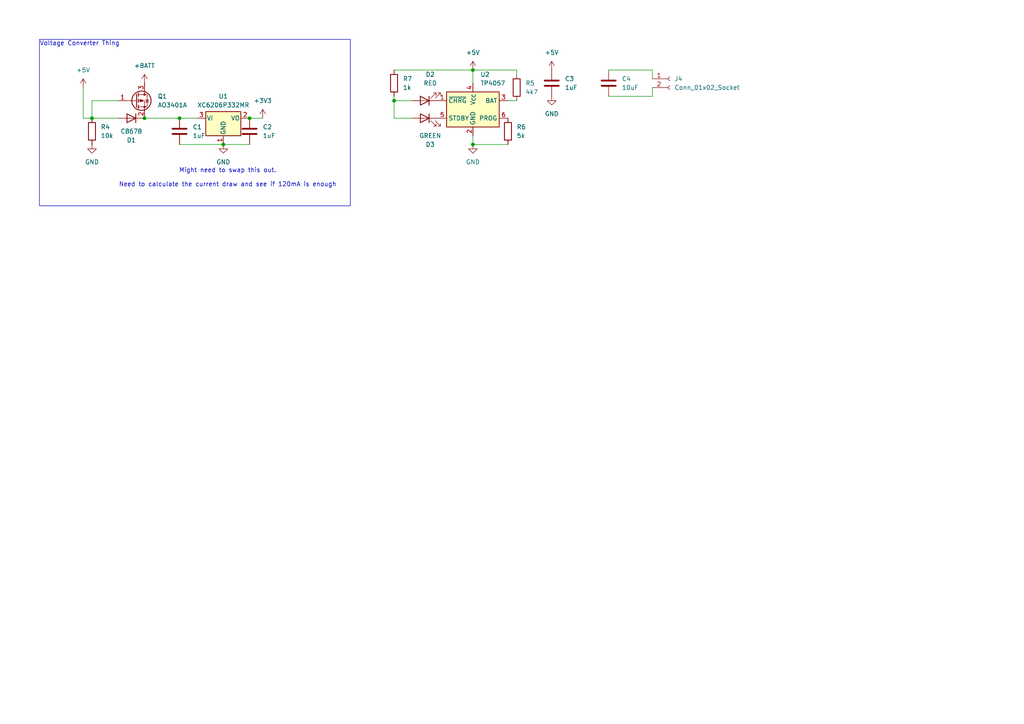
<source format=kicad_sch>
(kicad_sch (version 20250114) (generator "eeschema") (generator_version "9.0")
  (paper "A4")
  (lib_symbols
    (symbol "Battery_Management:TP4057"
      (property "Reference" "U" (at -6.35 6.604 0))
      (property "Value" "TP4057" (at 1.524 6.604 0))
      (symbol "TP4057_0_1"
        (rectangle (start -7.62 5.08) (end 7.62 -5.08) (stroke (width 0.254)) (fill (type background)))
      )
      (symbol "TP4057_1_1"
        (pin open_collector line (at -10.16 2.54 0) (length 2.54) (name "~{CHRG}") (number "1"))
        (pin open_collector line (at -10.16 -2.54 0) (length 2.54) (name "STDBY") (number "5"))
        (pin power_in line (at 0 7.62 270) (length 2.54) (name "V_{CC}") (number "4"))
        (pin power_in line (at 0 -7.62 90) (length 2.54) (name "GND") (number "2"))
        (pin power_out line (at 10.16 2.54 180) (length 2.54) (name "BAT") (number "3"))
        (pin passive line (at 10.16 -2.54 180) (length 2.54) (name "PROG") (number "6"))
      )
    )
    (symbol "Connector:Conn_01x02_Socket" (pin_names (offset 1.016) (hide yes))
      (property "Reference" "J" (at 0 2.54 0))
      (property "Value" "Conn_01x02_Socket" (at 0 -5.08 0))
      (symbol "Conn_01x02_Socket_1_1"
        (polyline (pts (xy -1.27 0) (xy -0.508 0)) (stroke (width 0.1524)))
        (polyline (pts (xy -1.27 -2.54) (xy -0.508 -2.54)) (stroke (width 0.1524)))
        (arc (start 0 -0.508) (mid -0.5058 0) (end 0 0.508) (stroke (width 0.1524)))
        (arc (start 0 -3.048) (mid -0.5058 -2.54) (end 0 -2.032) (stroke (width 0.1524)))
        (pin passive line (at -5.08 0 0) (length 3.81) (name "Pin_1") (number "1"))
        (pin passive line (at -5.08 -2.54 0) (length 3.81) (name "Pin_2") (number "2"))
      )
    )
    (symbol "Device:C" (pin_numbers (hide yes)) (pin_names (offset 0.254))
      (property "Reference" "C" (at 0.635 2.54 0))
      (property "Value" "C" (at 0.635 -2.54 0))
      (symbol "C_0_1"
        (polyline (pts (xy -2.032 0.762) (xy 2.032 0.762)) (stroke (width 0.508)))
        (polyline (pts (xy -2.032 -0.762) (xy 2.032 -0.762)) (stroke (width 0.508)))
      )
      (symbol "C_1_1"
        (pin passive line (at 0 3.81 270) (length 2.794) (name "~") (number "1"))
        (pin passive line (at 0 -3.81 90) (length 2.794) (name "~") (number "2"))
      )
    )
    (symbol "Device:D" (pin_numbers (hide yes)) (pin_names (offset 1.016) (hide yes))
      (property "Reference" "D" (at 0 2.54 0))
      (property "Value" "D" (at 0 -2.54 0))
      (symbol "D_0_1"
        (polyline (pts (xy -1.27 1.27) (xy -1.27 -1.27)) (stroke (width 0.254)))
        (polyline (pts (xy 1.27 1.27) (xy 1.27 -1.27) (xy -1.27 0) (xy 1.27 1.27)) (stroke (width 0.254)))
        (polyline (pts (xy 1.27 0) (xy -1.27 0)))
      )
      (symbol "D_1_1"
        (pin passive line (at -3.81 0 0) (length 2.54) (name "K") (number "1"))
        (pin passive line (at 3.81 0 180) (length 2.54) (name "A") (number "2"))
      )
    )
    (symbol "Device:LED" (pin_numbers (hide yes)) (pin_names (offset 1.016) (hide yes))
      (property "Reference" "D" (at 0 2.54 0))
      (property "Value" "LED" (at 0 -2.54 0))
      (symbol "LED_0_1"
        (polyline (pts (xy -3.048 -0.762) (xy -4.572 -2.286) (xy -3.81 -2.286) (xy -4.572 -2.286) (xy -4.572 -1.524)))
        (polyline (pts (xy -1.778 -0.762) (xy -3.302 -2.286) (xy -2.54 -2.286) (xy -3.302 -2.286) (xy -3.302 -1.524)))
        (polyline (pts (xy -1.27 0) (xy 1.27 0)))
        (polyline (pts (xy -1.27 -1.27) (xy -1.27 1.27)) (stroke (width 0.254)))
        (polyline (pts (xy 1.27 -1.27) (xy 1.27 1.27) (xy -1.27 0) (xy 1.27 -1.27)) (stroke (width 0.254)))
      )
      (symbol "LED_1_1"
        (pin passive line (at -3.81 0 0) (length 2.54) (name "K") (number "1"))
        (pin passive line (at 3.81 0 180) (length 2.54) (name "A") (number "2"))
      )
    )
    (symbol "Device:R" (pin_numbers (hide yes)) (pin_names (offset 0))
      (property "Reference" "R" (at 2.032 0 90))
      (property "Value" "R" (at 0 0 90))
      (symbol "R_0_1"
        (rectangle (start -1.016 -2.54) (end 1.016 2.54) (stroke (width 0.254)))
      )
      (symbol "R_1_1"
        (pin passive line (at 0 3.81 270) (length 1.27) (name "~") (number "1"))
        (pin passive line (at 0 -3.81 90) (length 1.27) (name "~") (number "2"))
      )
    )
    (symbol "Regulator_Linear:XC6206PxxxMR" (pin_names (offset 0.254))
      (property "Reference" "U" (at -3.81 3.175 0))
      (property "Value" "XC6206PxxxMR" (at 0 3.175 0))
      (symbol "XC6206PxxxMR_0_1"
        (rectangle (start -5.08 1.905) (end 5.08 -5.08) (stroke (width 0.254)) (fill (type background)))
      )
      (symbol "XC6206PxxxMR_1_1"
        (pin power_in line (at -7.62 0 0) (length 2.54) (name "VI") (number "3"))
        (pin power_in line (at 0 -7.62 90) (length 2.54) (name "GND") (number "1"))
        (pin power_out line (at 7.62 0 180) (length 2.54) (name "VO") (number "2"))
      )
    )
    (symbol "Transistor_FET:AO3401A" (pin_names (hide yes))
      (property "Reference" "Q" (at 5.08 1.905 0))
      (property "Value" "AO3401A" (at 5.08 0 0))
      (symbol "AO3401A_0_1"
        (polyline (pts (xy 0.254 1.905) (xy 0.254 -1.905)) (stroke (width 0.254)))
        (polyline (pts (xy 0.254 0) (xy -2.54 0)))
        (polyline (pts (xy 0.762 2.286) (xy 0.762 1.27)) (stroke (width 0.254)))
        (polyline (pts (xy 0.762 1.778) (xy 3.302 1.778) (xy 3.302 -1.778) (xy 0.762 -1.778)))
        (polyline (pts (xy 0.762 0.508) (xy 0.762 -0.508)) (stroke (width 0.254)))
        (polyline (pts (xy 0.762 -1.27) (xy 0.762 -2.286)) (stroke (width 0.254)))
        (circle (center 1.651 0) (radius 2.794) (stroke (width 0.254)))
        (polyline (pts (xy 2.286 0) (xy 1.27 0.381) (xy 1.27 -0.381) (xy 2.286 0)) (fill (type outline)))
        (polyline (pts (xy 2.54 2.54) (xy 2.54 1.778)))
        (circle (center 2.54 1.778) (radius 0.254) (fill (type outline)))
        (circle (center 2.54 -1.778) (radius 0.254) (fill (type outline)))
        (polyline (pts (xy 2.54 -2.54) (xy 2.54 0) (xy 0.762 0)))
        (polyline (pts (xy 2.794 -0.508) (xy 2.921 -0.381) (xy 3.683 -0.381) (xy 3.81 -0.254)))
        (polyline (pts (xy 3.302 -0.381) (xy 2.921 0.254) (xy 3.683 0.254) (xy 3.302 -0.381)))
      )
      (symbol "AO3401A_1_1"
        (pin input line (at -5.08 0 0) (length 2.54) (name "G") (number "1"))
        (pin passive line (at 2.54 5.08 270) (length 2.54) (name "D") (number "3"))
        (pin passive line (at 2.54 -5.08 90) (length 2.54) (name "S") (number "2"))
      )
    )
    (symbol "power:+3V3" (power) (pin_numbers (hide yes)) (pin_names (offset 0) (hide yes))
      (property "Value" "+3V3" (at 0 3.556 0))
      (symbol "+3V3_0_1"
        (polyline (pts (xy -0.762 1.27) (xy 0 2.54)))
        (polyline (pts (xy 0 2.54) (xy 0.762 1.27)))
        (polyline (pts (xy 0 0) (xy 0 2.54)))
      )
      (symbol "+3V3_1_1"
        (pin power_in line (at 0 0 90) (length 0) (name "~") (number "1"))
      )
    )
    (symbol "power:+5V" (power) (pin_numbers (hide yes)) (pin_names (offset 0) (hide yes))
      (property "Value" "+5V" (at 0 3.556 0))
      (symbol "+5V_0_1"
        (polyline (pts (xy -0.762 1.27) (xy 0 2.54)))
        (polyline (pts (xy 0 2.54) (xy 0.762 1.27)))
        (polyline (pts (xy 0 0) (xy 0 2.54)))
      )
      (symbol "+5V_1_1"
        (pin power_in line (at 0 0 90) (length 0) (name "~") (number "1"))
      )
    )
    (symbol "power:+BATT" (power) (pin_numbers (hide yes)) (pin_names (offset 0) (hide yes))
      (property "Value" "+BATT" (at 0 3.556 0))
      (symbol "+BATT_0_1"
        (polyline (pts (xy -0.762 1.27) (xy 0 2.54)))
        (polyline (pts (xy 0 2.54) (xy 0.762 1.27)))
        (polyline (pts (xy 0 0) (xy 0 2.54)))
      )
      (symbol "+BATT_1_1"
        (pin power_in line (at 0 0 90) (length 0) (name "~") (number "1"))
      )
    )
    (symbol "power:GND" (power) (pin_numbers (hide yes)) (pin_names (offset 0) (hide yes))
      (property "Value" "GND" (at 0 -3.81 0))
      (symbol "GND_0_1"
        (polyline (pts (xy 0 0) (xy 0 -1.27) (xy 1.27 -1.27) (xy 0 -2.54) (xy -1.27 -1.27) (xy 0 -1.27)))
      )
      (symbol "GND_1_1"
        (pin power_in line (at 0 0 270) (length 0) (name "~") (number "1"))
      )
    )
  )
  (rectangle (start 11.43 11.43) (end 101.6 59.69))
  (text "Might need to swap this out.\n\nNeed to calculate the current draw and see if 120mA is enough" (at 66.04 51.562 0) (effects (font (size 1.27 1.27))))
  (text "Voltage Converter Thing" (at 23.114 12.7 0) (effects (font (size 1.27 1.27))))
  (junction (at 64.77 41.91))
  (junction (at 114.3 29.21))
  (junction (at 137.16 41.91))
  (junction (at 52.07 34.29))
  (junction (at 41.91 34.29))
  (junction (at 137.16 20.32))
  (junction (at 26.67 34.29))
  (junction (at 72.39 34.29))
  (wire (pts (xy 119.38 29.21) (xy 114.3 29.21)))
  (wire (pts (xy 114.3 29.21) (xy 114.3 27.94)))
  (wire (pts (xy 149.86 20.32) (xy 137.16 20.32)))
  (wire (pts (xy 147.32 29.21) (xy 149.86 29.21)))
  (wire (pts (xy 137.16 20.32) (xy 137.16 24.13)))
  (wire (pts (xy 189.23 25.4) (xy 189.23 27.94)))
  (wire (pts (xy 147.32 41.91) (xy 137.16 41.91)))
  (wire (pts (xy 52.07 34.29) (xy 57.15 34.29)))
  (wire (pts (xy 119.38 34.29) (xy 114.3 34.29)))
  (wire (pts (xy 26.67 29.21) (xy 26.67 34.29)))
  (wire (pts (xy 176.53 20.32) (xy 189.23 20.32)))
  (wire (pts (xy 64.77 41.91) (xy 72.39 41.91)))
  (wire (pts (xy 76.2 34.29) (xy 72.39 34.29)))
  (wire (pts (xy 114.3 34.29) (xy 114.3 29.21)))
  (wire (pts (xy 189.23 20.32) (xy 189.23 22.86)))
  (wire (pts (xy 26.67 34.29) (xy 24.13 34.29)))
  (wire (pts (xy 52.07 41.91) (xy 64.77 41.91)))
  (wire (pts (xy 26.67 34.29) (xy 34.29 34.29)))
  (wire (pts (xy 24.13 34.29) (xy 24.13 25.4)))
  (wire (pts (xy 149.86 20.32) (xy 149.86 21.59)))
  (wire (pts (xy 114.3 20.32) (xy 137.16 20.32)))
  (wire (pts (xy 176.53 27.94) (xy 189.23 27.94)))
  (wire (pts (xy 41.91 34.29) (xy 52.07 34.29)))
  (wire (pts (xy 26.67 29.21) (xy 34.29 29.21)))
  (wire (pts (xy 137.16 41.91) (xy 137.16 39.37)))
  (symbol (lib_id "Device:C") (at 176.53 24.13 0) (unit 1)
    (property "Reference" "C4" (at 180.34 22.8599 0) (effects (justify left)))
    (property "Value" "10uF" (at 180.34 25.3999 0) (effects (justify left)))
    (property "Footprint" "Capacitor_SMD:C_0402_1005Metric" (effects (hide yes)))
    (property "Description" "Unpolarized capacitor" (effects (hide yes)))
  )
  (symbol (lib_id "Device:D") (at 38.1 34.29 180) (unit 1)
    (property "Reference" "D1" (at 38.1 40.64 0))
    (property "Value" "C8678" (at 38.1 38.1 0))
    (property "Footprint" "Diode_SMD:D_SMA" (effects (hide yes)))
    (property "Description" "Diode" (effects (hide yes)))
    (property "Sim.Device" "D" (effects (hide yes)))
    (property "Sim.Pins" "1=K 2=A" (effects (hide yes)))
  )
  (symbol (lib_id "Device:R") (at 114.3 24.13 0) (unit 1)
    (property "Reference" "R7" (at 116.84 22.8599 0) (effects (justify left)))
    (property "Value" "1k" (at 116.84 25.3999 0) (effects (justify left)))
    (property "Footprint" "Resistor_SMD:R_0402_1005Metric" (effects (hide yes)))
    (property "Description" "Resistor" (effects (hide yes)))
  )
  (symbol (lib_id "Device:C") (at 160.02 24.13 0) (unit 1)
    (property "Reference" "C3" (at 163.83 22.8599 0) (effects (justify left)))
    (property "Value" "1uF" (at 163.83 25.3999 0) (effects (justify left)))
    (property "Footprint" "Capacitor_SMD:C_0402_1005Metric" (effects (hide yes)))
    (property "Description" "Unpolarized capacitor" (effects (hide yes)))
  )
  (symbol (lib_id "power:GND") (at 26.67 41.91 0) (unit 1)
    (property "Reference" "#PWR07" (effects (hide yes)))
    (property "Value" "GND" (at 26.67 46.99 0))
    (property "Description" "Power symbol creates a global label with name \"GND\" , ground" (effects (hide yes)))
  )
  (symbol (lib_id "Device:LED") (at 123.19 34.29 0) (mirror y) (unit 1)
    (property "Reference" "D3" (at 124.7775 41.91 0))
    (property "Value" "GREEN" (at 124.7775 39.37 0))
    (property "Footprint" "LED_SMD:LED_0402_1005Metric" (effects (hide yes)))
    (property "Description" "Light emitting diode" (effects (hide yes)))
    (property "Sim.Pins" "1=K 2=A" (effects (hide yes)))
  )
  (symbol (lib_id "Regulator_Linear:XC6206PxxxMR") (at 64.77 34.29 0) (unit 1)
    (property "Reference" "U1" (at 64.77 27.94 0))
    (property "Value" "XC6206P332MR" (at 64.77 30.48 0))
    (property "Footprint" "Package_TO_SOT_SMD:SOT-23-3" (effects (hide yes)))
    (property "Datasheet" "https://www.torexsemi.com/file/xc6206/XC6206.pdf" (effects (hide yes)))
    (property "Description" "Positive 60-250mA Low Dropout Regulator, Fixed Output, SOT-23" (effects (hide yes)))
  )
  (symbol (lib_id "Device:R") (at 26.67 38.1 0) (unit 1)
    (property "Reference" "R4" (at 29.21 36.8299 0) (effects (justify left)))
    (property "Value" "10k" (at 29.21 39.3699 0) (effects (justify left)))
    (property "Footprint" "Resistor_SMD:R_0402_1005Metric" (effects (hide yes)))
    (property "Description" "Resistor" (effects (hide yes)))
  )
  (symbol (lib_id "Device:C") (at 72.39 38.1 0) (unit 1)
    (property "Reference" "C2" (at 76.2 36.8299 0) (effects (justify left)))
    (property "Value" "1uF" (at 76.2 39.3699 0) (effects (justify left)))
    (property "Footprint" "Capacitor_SMD:C_0402_1005Metric" (effects (hide yes)))
    (property "Description" "Unpolarized capacitor" (effects (hide yes)))
  )
  (symbol (lib_id "power:+5V") (at 24.13 25.4 0) (unit 1)
    (property "Reference" "#PWR06" (effects (hide yes)))
    (property "Value" "+5V" (at 24.13 20.32 0))
    (property "Description" "Power symbol creates a global label with name \"+5V\"" (effects (hide yes)))
  )
  (symbol (lib_id "Connector:Conn_01x02_Socket") (at 194.31 22.86 0) (unit 1)
    (property "Reference" "J4" (at 195.58 22.8599 0) (effects (justify left)))
    (property "Value" "Conn_01x02_Socket" (at 195.58 25.3999 0) (effects (justify left)))
    (property "Footprint" "Connector_JST:JST_PH_S2B-PH-K_1x02_P2.00mm_Horizontal" (effects (hide yes)))
    (property "Description" "Generic connector, single row, 01x02, script generated" (effects (hide yes)))
  )
  (symbol (lib_id "power:+5V") (at 160.02 20.32 0) (unit 1)
    (property "Reference" "#PWR013" (effects (hide yes)))
    (property "Value" "+5V" (at 160.02 15.24 0))
    (property "Description" "Power symbol creates a global label with name \"+5V\"" (effects (hide yes)))
  )
  (symbol (lib_id "power:+BATT") (at 41.91 24.13 0) (unit 1)
    (property "Reference" "#PWR08" (effects (hide yes)))
    (property "Value" "+BATT" (at 41.91 19.05 0))
    (property "Description" "Power symbol creates a global label with name \"+BATT\"" (effects (hide yes)))
  )
  (symbol (lib_id "Device:LED") (at 123.19 29.21 180) (unit 1)
    (property "Reference" "D2" (at 124.7775 21.59 0))
    (property "Value" "RED" (at 124.7775 24.13 0))
    (property "Footprint" "LED_SMD:LED_0402_1005Metric" (effects (hide yes)))
    (property "Description" "Light emitting diode" (effects (hide yes)))
    (property "Sim.Pins" "1=K 2=A" (effects (hide yes)))
  )
  (symbol (lib_id "power:+5V") (at 137.16 20.32 0) (unit 1)
    (property "Reference" "#PWR012" (effects (hide yes)))
    (property "Value" "+5V" (at 137.16 15.24 0))
    (property "Description" "Power symbol creates a global label with name \"+5V\"" (effects (hide yes)))
  )
  (symbol (lib_id "power:GND") (at 160.02 27.94 0) (unit 1)
    (property "Reference" "#PWR014" (effects (hide yes)))
    (property "Value" "GND" (at 160.02 33.02 0))
    (property "Description" "Power symbol creates a global label with name \"GND\" , ground" (effects (hide yes)))
  )
  (symbol (lib_id "power:+3V3") (at 76.2 34.29 0) (unit 1)
    (property "Reference" "#PWR010" (effects (hide yes)))
    (property "Value" "+3V3" (at 76.2 29.21 0))
    (property "Description" "Power symbol creates a global label with name \"+3V3\"" (effects (hide yes)))
  )
  (symbol (lib_id "Device:R") (at 147.32 38.1 0) (unit 1)
    (property "Reference" "R6" (at 149.86 36.8299 0) (effects (justify left)))
    (property "Value" "5k" (at 149.86 39.3699 0) (effects (justify left)))
    (property "Footprint" "Resistor_SMD:R_0402_1005Metric" (effects (hide yes)))
    (property "Description" "Resistor" (effects (hide yes)))
  )
  (symbol (lib_id "Device:C") (at 52.07 38.1 0) (unit 1)
    (property "Reference" "C1" (at 55.88 36.8299 0) (effects (justify left)))
    (property "Value" "1uF" (at 55.88 39.3699 0) (effects (justify left)))
    (property "Footprint" "Capacitor_SMD:C_0402_1005Metric" (effects (hide yes)))
    (property "Description" "Unpolarized capacitor" (effects (hide yes)))
  )
  (symbol (lib_id "power:GND") (at 137.16 41.91 0) (unit 1)
    (property "Reference" "#PWR011" (effects (hide yes)))
    (property "Value" "GND" (at 137.16 46.99 0))
    (property "Description" "Power symbol creates a global label with name \"GND\" , ground" (effects (hide yes)))
  )
  (symbol (lib_id "power:GND") (at 64.77 41.91 0) (unit 1)
    (property "Reference" "#PWR09" (effects (hide yes)))
    (property "Value" "GND" (at 64.77 46.99 0))
    (property "Description" "Power symbol creates a global label with name \"GND\" , ground" (effects (hide yes)))
  )
  (symbol (lib_id "Transistor_FET:AO3401A") (at 39.37 29.21 0) (unit 1)
    (property "Reference" "Q1" (at 45.72 27.9399 0) (effects (justify left)))
    (property "Value" "AO3401A" (at 45.72 30.4799 0) (effects (justify left)))
    (property "Footprint" "Package_TO_SOT_SMD:SOT-23" (effects (hide yes)))
    (property "Datasheet" "http://www.aosmd.com/pdfs/datasheet/AO3401A.pdf" (effects (hide yes)))
    (property "Description" "-4.0A Id, -30V Vds, P-Channel MOSFET, SOT-23" (effects (hide yes)))
  )
  (symbol (lib_id "Battery_Management:TP4057") (at 137.16 31.75 0) (unit 1)
    (property "Reference" "U2" (at 139.3033 21.59 0) (effects (justify left)))
    (property "Value" "TP4057" (at 139.3033 24.13 0) (effects (justify left)))
    (property "Footprint" "Package_TO_SOT_SMD:TSOT-23-6" (effects (hide yes)))
    (property "Datasheet" "http://toppwr.com/uploadfile/file/20230304/640302a47b738.pdf" (effects (hide yes)))
    (property "Description" "Constant-current/constant-voltage linear charger for single cell lithium-ion batteries with 2.9V Trickle Charge, 4.5V to 6.5V VDD, -40 to +85 degree Celsius, TSOT-23-6" (effects (hide yes)))
  )
  (symbol (lib_id "Device:R") (at 149.86 25.4 0) (unit 1)
    (property "Reference" "R5" (at 152.4 24.1299 0) (effects (justify left)))
    (property "Value" "4k7" (at 152.4 26.6699 0) (effects (justify left)))
    (property "Footprint" "Resistor_SMD:R_0402_1005Metric" (effects (hide yes)))
    (property "Description" "Resistor" (effects (hide yes)))
  )
)
</source>
